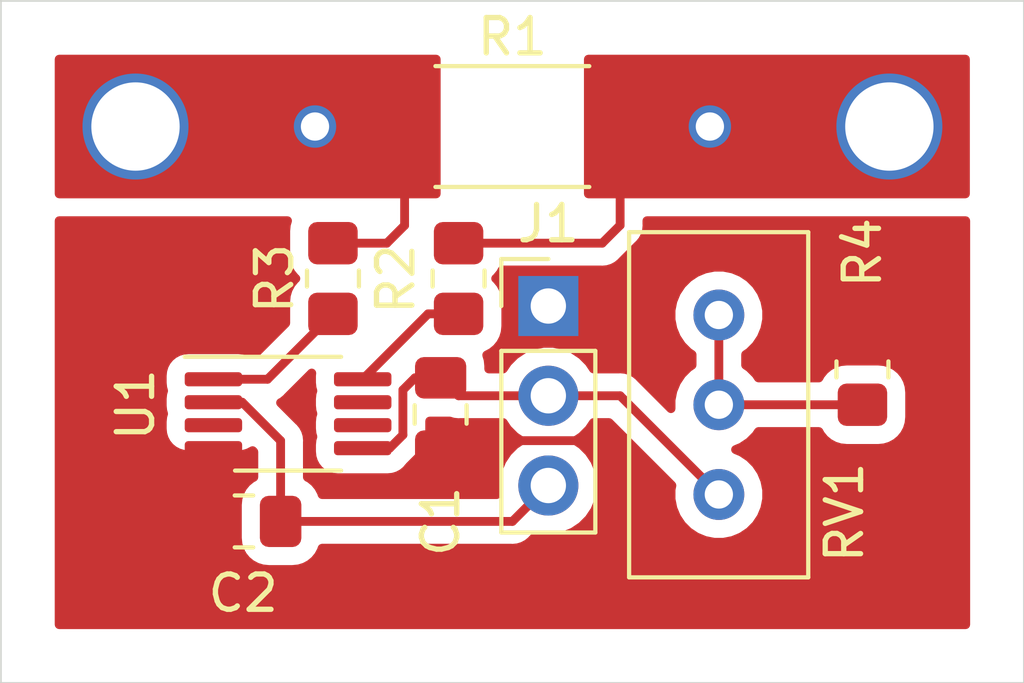
<source format=kicad_pcb>
(kicad_pcb (version 20171130) (host pcbnew "(5.1.9)-1")

  (general
    (thickness 1.6)
    (drawings 4)
    (tracks 36)
    (zones 0)
    (modules 9)
    (nets 9)
  )

  (page A4)
  (layers
    (0 F.Cu signal)
    (31 B.Cu signal)
    (32 B.Adhes user)
    (33 F.Adhes user)
    (34 B.Paste user)
    (35 F.Paste user)
    (36 B.SilkS user)
    (37 F.SilkS user)
    (38 B.Mask user)
    (39 F.Mask user)
    (40 Dwgs.User user)
    (41 Cmts.User user)
    (42 Eco1.User user)
    (43 Eco2.User user)
    (44 Edge.Cuts user)
    (45 Margin user)
    (46 B.CrtYd user)
    (47 F.CrtYd user)
    (48 B.Fab user)
    (49 F.Fab user)
  )

  (setup
    (last_trace_width 0.25)
    (trace_clearance 0.2)
    (zone_clearance 0.508)
    (zone_45_only no)
    (trace_min 0.2)
    (via_size 0.8)
    (via_drill 0.4)
    (via_min_size 0.4)
    (via_min_drill 0.3)
    (uvia_size 0.3)
    (uvia_drill 0.1)
    (uvias_allowed no)
    (uvia_min_size 0.2)
    (uvia_min_drill 0.1)
    (edge_width 0.05)
    (segment_width 0.2)
    (pcb_text_width 0.3)
    (pcb_text_size 1.5 1.5)
    (mod_edge_width 0.12)
    (mod_text_size 1 1)
    (mod_text_width 0.15)
    (pad_size 1.524 1.524)
    (pad_drill 0.762)
    (pad_to_mask_clearance 0)
    (aux_axis_origin 0 0)
    (visible_elements 7FFDFFFF)
    (pcbplotparams
      (layerselection 0x010fc_ffffffff)
      (usegerberextensions false)
      (usegerberattributes true)
      (usegerberadvancedattributes true)
      (creategerberjobfile true)
      (excludeedgelayer true)
      (linewidth 0.100000)
      (plotframeref false)
      (viasonmask false)
      (mode 1)
      (useauxorigin false)
      (hpglpennumber 1)
      (hpglpenspeed 20)
      (hpglpendiameter 15.000000)
      (psnegative false)
      (psa4output false)
      (plotreference true)
      (plotvalue true)
      (plotinvisibletext false)
      (padsonsilk false)
      (subtractmaskfromsilk false)
      (outputformat 1)
      (mirror false)
      (drillshape 1)
      (scaleselection 1)
      (outputdirectory ""))
  )

  (net 0 "")
  (net 1 GND)
  (net 2 "Net-(C1-Pad1)")
  (net 3 +5V)
  (net 4 "Net-(R2-Pad1)")
  (net 5 "Net-(R3-Pad1)")
  (net 6 "Net-(R4-Pad1)")
  (net 7 "Net-(R1-Pad2)")
  (net 8 "Net-(R1-Pad1)")

  (net_class Default "This is the default net class."
    (clearance 0.2)
    (trace_width 0.25)
    (via_dia 0.8)
    (via_drill 0.4)
    (uvia_dia 0.3)
    (uvia_drill 0.1)
    (add_net +5V)
    (add_net GND)
    (add_net "Net-(C1-Pad1)")
    (add_net "Net-(R1-Pad1)")
    (add_net "Net-(R1-Pad2)")
    (add_net "Net-(R2-Pad1)")
    (add_net "Net-(R3-Pad1)")
    (add_net "Net-(R4-Pad1)")
  )

  (module Package_SO:MSOP-8_3x3mm_P0.65mm (layer F.Cu) (tedit 5E509FDD) (tstamp 606E9D19)
    (at 159.766 75.438)
    (descr "MSOP, 8 Pin (https://www.jedec.org/system/files/docs/mo-187F.pdf variant AA), generated with kicad-footprint-generator ipc_gullwing_generator.py")
    (tags "MSOP SO")
    (path /606E1D6E)
    (attr smd)
    (fp_text reference U1 (at -4.318 -0.254 90) (layer F.SilkS)
      (effects (font (size 1 1) (thickness 0.15)))
    )
    (fp_text value LT6105-Amplifier_Current (at 0 -5.08) (layer F.Fab)
      (effects (font (size 1 1) (thickness 0.15)))
    )
    (fp_text user %R (at 0 0) (layer F.Fab)
      (effects (font (size 0.75 0.75) (thickness 0.11)))
    )
    (fp_line (start 0 1.61) (end 1.5 1.61) (layer F.SilkS) (width 0.12))
    (fp_line (start 0 1.61) (end -1.5 1.61) (layer F.SilkS) (width 0.12))
    (fp_line (start 0 -1.61) (end 1.5 -1.61) (layer F.SilkS) (width 0.12))
    (fp_line (start 0 -1.61) (end -2.925 -1.61) (layer F.SilkS) (width 0.12))
    (fp_line (start -0.75 -1.5) (end 1.5 -1.5) (layer F.Fab) (width 0.1))
    (fp_line (start 1.5 -1.5) (end 1.5 1.5) (layer F.Fab) (width 0.1))
    (fp_line (start 1.5 1.5) (end -1.5 1.5) (layer F.Fab) (width 0.1))
    (fp_line (start -1.5 1.5) (end -1.5 -0.75) (layer F.Fab) (width 0.1))
    (fp_line (start -1.5 -0.75) (end -0.75 -1.5) (layer F.Fab) (width 0.1))
    (fp_line (start -3.18 -1.75) (end -3.18 1.75) (layer F.CrtYd) (width 0.05))
    (fp_line (start -3.18 1.75) (end 3.18 1.75) (layer F.CrtYd) (width 0.05))
    (fp_line (start 3.18 1.75) (end 3.18 -1.75) (layer F.CrtYd) (width 0.05))
    (fp_line (start 3.18 -1.75) (end -3.18 -1.75) (layer F.CrtYd) (width 0.05))
    (pad 8 smd roundrect (at 2.1125 -0.975) (size 1.625 0.4) (layers F.Cu F.Paste F.Mask) (roundrect_rratio 0.25)
      (net 4 "Net-(R2-Pad1)"))
    (pad 7 smd roundrect (at 2.1125 -0.325) (size 1.625 0.4) (layers F.Cu F.Paste F.Mask) (roundrect_rratio 0.25))
    (pad 6 smd roundrect (at 2.1125 0.325) (size 1.625 0.4) (layers F.Cu F.Paste F.Mask) (roundrect_rratio 0.25))
    (pad 5 smd roundrect (at 2.1125 0.975) (size 1.625 0.4) (layers F.Cu F.Paste F.Mask) (roundrect_rratio 0.25)
      (net 2 "Net-(C1-Pad1)"))
    (pad 4 smd roundrect (at -2.1125 0.975) (size 1.625 0.4) (layers F.Cu F.Paste F.Mask) (roundrect_rratio 0.25)
      (net 1 GND))
    (pad 3 smd roundrect (at -2.1125 0.325) (size 1.625 0.4) (layers F.Cu F.Paste F.Mask) (roundrect_rratio 0.25))
    (pad 2 smd roundrect (at -2.1125 -0.325) (size 1.625 0.4) (layers F.Cu F.Paste F.Mask) (roundrect_rratio 0.25)
      (net 3 +5V))
    (pad 1 smd roundrect (at -2.1125 -0.975) (size 1.625 0.4) (layers F.Cu F.Paste F.Mask) (roundrect_rratio 0.25)
      (net 5 "Net-(R3-Pad1)"))
    (model ${KISYS3DMOD}/Package_SO.3dshapes/MSOP-8_3x3mm_P0.65mm.wrl
      (at (xyz 0 0 0))
      (scale (xyz 1 1 1))
      (rotate (xyz 0 0 0))
    )
  )

  (module Potentiometer_THT:Potentiometer_Bourns_3296W_Vertical (layer F.Cu) (tedit 5A3D4994) (tstamp 606E7F72)
    (at 171.958 77.724 270)
    (descr "Potentiometer, vertical, Bourns 3296W, https://www.bourns.com/pdfs/3296.pdf")
    (tags "Potentiometer vertical Bourns 3296W")
    (path /606EA2CC)
    (fp_text reference RV1 (at 0.508 -3.556 90) (layer F.SilkS)
      (effects (font (size 1 1) (thickness 0.15)))
    )
    (fp_text value 10k (at -2.54 3.67 90) (layer F.Fab)
      (effects (font (size 1 1) (thickness 0.15)))
    )
    (fp_line (start 2.5 -2.7) (end -7.6 -2.7) (layer F.CrtYd) (width 0.05))
    (fp_line (start 2.5 2.7) (end 2.5 -2.7) (layer F.CrtYd) (width 0.05))
    (fp_line (start -7.6 2.7) (end 2.5 2.7) (layer F.CrtYd) (width 0.05))
    (fp_line (start -7.6 -2.7) (end -7.6 2.7) (layer F.CrtYd) (width 0.05))
    (fp_line (start 2.345 -2.53) (end 2.345 2.54) (layer F.SilkS) (width 0.12))
    (fp_line (start -7.425 -2.53) (end -7.425 2.54) (layer F.SilkS) (width 0.12))
    (fp_line (start -7.425 2.54) (end 2.345 2.54) (layer F.SilkS) (width 0.12))
    (fp_line (start -7.425 -2.53) (end 2.345 -2.53) (layer F.SilkS) (width 0.12))
    (fp_line (start 0.955 2.235) (end 0.956 0.066) (layer F.Fab) (width 0.1))
    (fp_line (start 0.955 2.235) (end 0.956 0.066) (layer F.Fab) (width 0.1))
    (fp_line (start 2.225 -2.41) (end -7.305 -2.41) (layer F.Fab) (width 0.1))
    (fp_line (start 2.225 2.42) (end 2.225 -2.41) (layer F.Fab) (width 0.1))
    (fp_line (start -7.305 2.42) (end 2.225 2.42) (layer F.Fab) (width 0.1))
    (fp_line (start -7.305 -2.41) (end -7.305 2.42) (layer F.Fab) (width 0.1))
    (fp_circle (center 0.955 1.15) (end 2.05 1.15) (layer F.Fab) (width 0.1))
    (fp_text user %R (at -3.175 0.005 90) (layer F.Fab)
      (effects (font (size 1 1) (thickness 0.15)))
    )
    (pad 3 thru_hole circle (at -5.08 0 270) (size 1.44 1.44) (drill 0.8) (layers *.Cu *.Mask)
      (net 6 "Net-(R4-Pad1)"))
    (pad 2 thru_hole circle (at -2.54 0 270) (size 1.44 1.44) (drill 0.8) (layers *.Cu *.Mask)
      (net 6 "Net-(R4-Pad1)"))
    (pad 1 thru_hole circle (at 0 0 270) (size 1.44 1.44) (drill 0.8) (layers *.Cu *.Mask)
      (net 2 "Net-(C1-Pad1)"))
    (model ${KISYS3DMOD}/Potentiometer_THT.3dshapes/Potentiometer_Bourns_3296W_Vertical.wrl
      (at (xyz 0 0 0))
      (scale (xyz 1 1 1))
      (rotate (xyz 0 0 0))
    )
  )

  (module Resistor_SMD:R_0805_2012Metric_Pad1.20x1.40mm_HandSolder (layer F.Cu) (tedit 5F68FEEE) (tstamp 606E7F5B)
    (at 176.022 74.184 90)
    (descr "Resistor SMD 0805 (2012 Metric), square (rectangular) end terminal, IPC_7351 nominal with elongated pad for handsoldering. (Body size source: IPC-SM-782 page 72, https://www.pcb-3d.com/wordpress/wp-content/uploads/ipc-sm-782a_amendment_1_and_2.pdf), generated with kicad-footprint-generator")
    (tags "resistor handsolder")
    (path /606EC8B8)
    (attr smd)
    (fp_text reference R4 (at 3.302 0 90) (layer F.SilkS)
      (effects (font (size 1 1) (thickness 0.15)))
    )
    (fp_text value 470 (at 0 1.65 90) (layer F.Fab)
      (effects (font (size 1 1) (thickness 0.15)))
    )
    (fp_line (start 1.85 0.95) (end -1.85 0.95) (layer F.CrtYd) (width 0.05))
    (fp_line (start 1.85 -0.95) (end 1.85 0.95) (layer F.CrtYd) (width 0.05))
    (fp_line (start -1.85 -0.95) (end 1.85 -0.95) (layer F.CrtYd) (width 0.05))
    (fp_line (start -1.85 0.95) (end -1.85 -0.95) (layer F.CrtYd) (width 0.05))
    (fp_line (start -0.227064 0.735) (end 0.227064 0.735) (layer F.SilkS) (width 0.12))
    (fp_line (start -0.227064 -0.735) (end 0.227064 -0.735) (layer F.SilkS) (width 0.12))
    (fp_line (start 1 0.625) (end -1 0.625) (layer F.Fab) (width 0.1))
    (fp_line (start 1 -0.625) (end 1 0.625) (layer F.Fab) (width 0.1))
    (fp_line (start -1 -0.625) (end 1 -0.625) (layer F.Fab) (width 0.1))
    (fp_line (start -1 0.625) (end -1 -0.625) (layer F.Fab) (width 0.1))
    (fp_text user %R (at 0 0 90) (layer F.Fab)
      (effects (font (size 0.5 0.5) (thickness 0.08)))
    )
    (pad 2 smd roundrect (at 1 0 90) (size 1.2 1.4) (layers F.Cu F.Paste F.Mask) (roundrect_rratio 0.208333)
      (net 1 GND))
    (pad 1 smd roundrect (at -1 0 90) (size 1.2 1.4) (layers F.Cu F.Paste F.Mask) (roundrect_rratio 0.208333)
      (net 6 "Net-(R4-Pad1)"))
    (model ${KISYS3DMOD}/Resistor_SMD.3dshapes/R_0805_2012Metric.wrl
      (at (xyz 0 0 0))
      (scale (xyz 1 1 1))
      (rotate (xyz 0 0 0))
    )
  )

  (module Resistor_SMD:R_0805_2012Metric_Pad1.20x1.40mm_HandSolder (layer F.Cu) (tedit 5F68FEEE) (tstamp 606EBF0D)
    (at 161.036 71.612 90)
    (descr "Resistor SMD 0805 (2012 Metric), square (rectangular) end terminal, IPC_7351 nominal with elongated pad for handsoldering. (Body size source: IPC-SM-782 page 72, https://www.pcb-3d.com/wordpress/wp-content/uploads/ipc-sm-782a_amendment_1_and_2.pdf), generated with kicad-footprint-generator")
    (tags "resistor handsolder")
    (path /606E4790)
    (attr smd)
    (fp_text reference R3 (at 0 -1.65 90) (layer F.SilkS)
      (effects (font (size 1 1) (thickness 0.15)))
    )
    (fp_text value 120 (at 0 1.65 90) (layer F.Fab)
      (effects (font (size 1 1) (thickness 0.15)))
    )
    (fp_line (start 1.85 0.95) (end -1.85 0.95) (layer F.CrtYd) (width 0.05))
    (fp_line (start 1.85 -0.95) (end 1.85 0.95) (layer F.CrtYd) (width 0.05))
    (fp_line (start -1.85 -0.95) (end 1.85 -0.95) (layer F.CrtYd) (width 0.05))
    (fp_line (start -1.85 0.95) (end -1.85 -0.95) (layer F.CrtYd) (width 0.05))
    (fp_line (start -0.227064 0.735) (end 0.227064 0.735) (layer F.SilkS) (width 0.12))
    (fp_line (start -0.227064 -0.735) (end 0.227064 -0.735) (layer F.SilkS) (width 0.12))
    (fp_line (start 1 0.625) (end -1 0.625) (layer F.Fab) (width 0.1))
    (fp_line (start 1 -0.625) (end 1 0.625) (layer F.Fab) (width 0.1))
    (fp_line (start -1 -0.625) (end 1 -0.625) (layer F.Fab) (width 0.1))
    (fp_line (start -1 0.625) (end -1 -0.625) (layer F.Fab) (width 0.1))
    (fp_text user %R (at 0 0 90) (layer F.Fab)
      (effects (font (size 0.5 0.5) (thickness 0.08)))
    )
    (pad 2 smd roundrect (at 1 0 90) (size 1.2 1.4) (layers F.Cu F.Paste F.Mask) (roundrect_rratio 0.208333)
      (net 7 "Net-(R1-Pad2)"))
    (pad 1 smd roundrect (at -1 0 90) (size 1.2 1.4) (layers F.Cu F.Paste F.Mask) (roundrect_rratio 0.208333)
      (net 5 "Net-(R3-Pad1)"))
    (model ${KISYS3DMOD}/Resistor_SMD.3dshapes/R_0805_2012Metric.wrl
      (at (xyz 0 0 0))
      (scale (xyz 1 1 1))
      (rotate (xyz 0 0 0))
    )
  )

  (module Resistor_SMD:R_0805_2012Metric_Pad1.20x1.40mm_HandSolder (layer F.Cu) (tedit 5F68FEEE) (tstamp 606E7F39)
    (at 164.592 71.612 90)
    (descr "Resistor SMD 0805 (2012 Metric), square (rectangular) end terminal, IPC_7351 nominal with elongated pad for handsoldering. (Body size source: IPC-SM-782 page 72, https://www.pcb-3d.com/wordpress/wp-content/uploads/ipc-sm-782a_amendment_1_and_2.pdf), generated with kicad-footprint-generator")
    (tags "resistor handsolder")
    (path /606E3CDB)
    (attr smd)
    (fp_text reference R2 (at -0.016 -1.778 90) (layer F.SilkS)
      (effects (font (size 1 1) (thickness 0.15)))
    )
    (fp_text value 120 (at 0 1.65 90) (layer F.Fab)
      (effects (font (size 1 1) (thickness 0.15)))
    )
    (fp_line (start 1.85 0.95) (end -1.85 0.95) (layer F.CrtYd) (width 0.05))
    (fp_line (start 1.85 -0.95) (end 1.85 0.95) (layer F.CrtYd) (width 0.05))
    (fp_line (start -1.85 -0.95) (end 1.85 -0.95) (layer F.CrtYd) (width 0.05))
    (fp_line (start -1.85 0.95) (end -1.85 -0.95) (layer F.CrtYd) (width 0.05))
    (fp_line (start -0.227064 0.735) (end 0.227064 0.735) (layer F.SilkS) (width 0.12))
    (fp_line (start -0.227064 -0.735) (end 0.227064 -0.735) (layer F.SilkS) (width 0.12))
    (fp_line (start 1 0.625) (end -1 0.625) (layer F.Fab) (width 0.1))
    (fp_line (start 1 -0.625) (end 1 0.625) (layer F.Fab) (width 0.1))
    (fp_line (start -1 -0.625) (end 1 -0.625) (layer F.Fab) (width 0.1))
    (fp_line (start -1 0.625) (end -1 -0.625) (layer F.Fab) (width 0.1))
    (fp_text user %R (at 0 0 90) (layer F.Fab)
      (effects (font (size 0.5 0.5) (thickness 0.08)))
    )
    (pad 2 smd roundrect (at 1 0 90) (size 1.2 1.4) (layers F.Cu F.Paste F.Mask) (roundrect_rratio 0.208333)
      (net 8 "Net-(R1-Pad1)"))
    (pad 1 smd roundrect (at -1 0 90) (size 1.2 1.4) (layers F.Cu F.Paste F.Mask) (roundrect_rratio 0.208333)
      (net 4 "Net-(R2-Pad1)"))
    (model ${KISYS3DMOD}/Resistor_SMD.3dshapes/R_0805_2012Metric.wrl
      (at (xyz 0 0 0))
      (scale (xyz 1 1 1))
      (rotate (xyz 0 0 0))
    )
  )

  (module Resistor_SMD:R_2512_6332Metric_Pad1.40x3.35mm_HandSolder (layer F.Cu) (tedit 5F68FEEE) (tstamp 606E7F28)
    (at 166.114 67.31 180)
    (descr "Resistor SMD 2512 (6332 Metric), square (rectangular) end terminal, IPC_7351 nominal with elongated pad for handsoldering. (Body size source: IPC-SM-782 page 72, https://www.pcb-3d.com/wordpress/wp-content/uploads/ipc-sm-782a_amendment_1_and_2.pdf), generated with kicad-footprint-generator")
    (tags "resistor handsolder")
    (path /606E2725)
    (attr smd)
    (fp_text reference R1 (at 0 2.54) (layer F.SilkS)
      (effects (font (size 1 1) (thickness 0.15)))
    )
    (fp_text value 20m (at 0 2.62) (layer F.Fab)
      (effects (font (size 1 1) (thickness 0.15)))
    )
    (fp_line (start 4 1.92) (end -4 1.92) (layer F.CrtYd) (width 0.05))
    (fp_line (start 4 -1.92) (end 4 1.92) (layer F.CrtYd) (width 0.05))
    (fp_line (start -4 -1.92) (end 4 -1.92) (layer F.CrtYd) (width 0.05))
    (fp_line (start -4 1.92) (end -4 -1.92) (layer F.CrtYd) (width 0.05))
    (fp_line (start -2.177064 1.71) (end 2.177064 1.71) (layer F.SilkS) (width 0.12))
    (fp_line (start -2.177064 -1.71) (end 2.177064 -1.71) (layer F.SilkS) (width 0.12))
    (fp_line (start 3.15 1.6) (end -3.15 1.6) (layer F.Fab) (width 0.1))
    (fp_line (start 3.15 -1.6) (end 3.15 1.6) (layer F.Fab) (width 0.1))
    (fp_line (start -3.15 -1.6) (end 3.15 -1.6) (layer F.Fab) (width 0.1))
    (fp_line (start -3.15 1.6) (end -3.15 -1.6) (layer F.Fab) (width 0.1))
    (fp_text user %R (at 0 0) (layer F.Fab)
      (effects (font (size 1 1) (thickness 0.15)))
    )
    (pad 2 smd roundrect (at 3.05 0 180) (size 1.4 3.35) (layers F.Cu F.Paste F.Mask) (roundrect_rratio 0.178571)
      (net 7 "Net-(R1-Pad2)"))
    (pad 1 smd roundrect (at -3.05 0 180) (size 1.4 3.35) (layers F.Cu F.Paste F.Mask) (roundrect_rratio 0.178571)
      (net 8 "Net-(R1-Pad1)"))
    (model ${KISYS3DMOD}/Resistor_SMD.3dshapes/R_2512_6332Metric.wrl
      (at (xyz 0 0 0))
      (scale (xyz 1 1 1))
      (rotate (xyz 0 0 0))
    )
  )

  (module Connector_PinHeader_2.54mm:PinHeader_1x03_P2.54mm_Vertical (layer F.Cu) (tedit 59FED5CC) (tstamp 606E7F17)
    (at 167.132 72.39)
    (descr "Through hole straight pin header, 1x03, 2.54mm pitch, single row")
    (tags "Through hole pin header THT 1x03 2.54mm single row")
    (path /606F52C1)
    (fp_text reference J1 (at 0 -2.33) (layer F.SilkS)
      (effects (font (size 1 1) (thickness 0.15)))
    )
    (fp_text value Conn_01x03_Male (at 0 7.41) (layer F.Fab)
      (effects (font (size 1 1) (thickness 0.15)))
    )
    (fp_line (start 1.8 -1.8) (end -1.8 -1.8) (layer F.CrtYd) (width 0.05))
    (fp_line (start 1.8 6.85) (end 1.8 -1.8) (layer F.CrtYd) (width 0.05))
    (fp_line (start -1.8 6.85) (end 1.8 6.85) (layer F.CrtYd) (width 0.05))
    (fp_line (start -1.8 -1.8) (end -1.8 6.85) (layer F.CrtYd) (width 0.05))
    (fp_line (start -1.33 -1.33) (end 0 -1.33) (layer F.SilkS) (width 0.12))
    (fp_line (start -1.33 0) (end -1.33 -1.33) (layer F.SilkS) (width 0.12))
    (fp_line (start -1.33 1.27) (end 1.33 1.27) (layer F.SilkS) (width 0.12))
    (fp_line (start 1.33 1.27) (end 1.33 6.41) (layer F.SilkS) (width 0.12))
    (fp_line (start -1.33 1.27) (end -1.33 6.41) (layer F.SilkS) (width 0.12))
    (fp_line (start -1.33 6.41) (end 1.33 6.41) (layer F.SilkS) (width 0.12))
    (fp_line (start -1.27 -0.635) (end -0.635 -1.27) (layer F.Fab) (width 0.1))
    (fp_line (start -1.27 6.35) (end -1.27 -0.635) (layer F.Fab) (width 0.1))
    (fp_line (start 1.27 6.35) (end -1.27 6.35) (layer F.Fab) (width 0.1))
    (fp_line (start 1.27 -1.27) (end 1.27 6.35) (layer F.Fab) (width 0.1))
    (fp_line (start -0.635 -1.27) (end 1.27 -1.27) (layer F.Fab) (width 0.1))
    (fp_text user %R (at 0 2.54 90) (layer F.Fab)
      (effects (font (size 1 1) (thickness 0.15)))
    )
    (pad 3 thru_hole oval (at 0 5.08) (size 1.7 1.7) (drill 1) (layers *.Cu *.Mask)
      (net 3 +5V))
    (pad 2 thru_hole oval (at 0 2.54) (size 1.7 1.7) (drill 1) (layers *.Cu *.Mask)
      (net 2 "Net-(C1-Pad1)"))
    (pad 1 thru_hole rect (at 0 0) (size 1.7 1.7) (drill 1) (layers *.Cu *.Mask)
      (net 1 GND))
    (model ${KISYS3DMOD}/Connector_PinHeader_2.54mm.3dshapes/PinHeader_1x03_P2.54mm_Vertical.wrl
      (at (xyz 0 0 0))
      (scale (xyz 1 1 1))
      (rotate (xyz 0 0 0))
    )
  )

  (module Capacitor_SMD:C_0805_2012Metric_Pad1.18x1.45mm_HandSolder (layer F.Cu) (tedit 5F68FEEF) (tstamp 606EB9B9)
    (at 158.5175 78.486 180)
    (descr "Capacitor SMD 0805 (2012 Metric), square (rectangular) end terminal, IPC_7351 nominal with elongated pad for handsoldering. (Body size source: IPC-SM-782 page 76, https://www.pcb-3d.com/wordpress/wp-content/uploads/ipc-sm-782a_amendment_1_and_2.pdf, https://docs.google.com/spreadsheets/d/1BsfQQcO9C6DZCsRaXUlFlo91Tg2WpOkGARC1WS5S8t0/edit?usp=sharing), generated with kicad-footprint-generator")
    (tags "capacitor handsolder")
    (path /606FA06A)
    (attr smd)
    (fp_text reference C2 (at 0.0215 -2.032) (layer F.SilkS)
      (effects (font (size 1 1) (thickness 0.15)))
    )
    (fp_text value 1m (at 0 1.68) (layer F.Fab)
      (effects (font (size 1 1) (thickness 0.15)))
    )
    (fp_line (start 1.88 0.98) (end -1.88 0.98) (layer F.CrtYd) (width 0.05))
    (fp_line (start 1.88 -0.98) (end 1.88 0.98) (layer F.CrtYd) (width 0.05))
    (fp_line (start -1.88 -0.98) (end 1.88 -0.98) (layer F.CrtYd) (width 0.05))
    (fp_line (start -1.88 0.98) (end -1.88 -0.98) (layer F.CrtYd) (width 0.05))
    (fp_line (start -0.261252 0.735) (end 0.261252 0.735) (layer F.SilkS) (width 0.12))
    (fp_line (start -0.261252 -0.735) (end 0.261252 -0.735) (layer F.SilkS) (width 0.12))
    (fp_line (start 1 0.625) (end -1 0.625) (layer F.Fab) (width 0.1))
    (fp_line (start 1 -0.625) (end 1 0.625) (layer F.Fab) (width 0.1))
    (fp_line (start -1 -0.625) (end 1 -0.625) (layer F.Fab) (width 0.1))
    (fp_line (start -1 0.625) (end -1 -0.625) (layer F.Fab) (width 0.1))
    (fp_text user %R (at 0 0) (layer F.Fab)
      (effects (font (size 0.5 0.5) (thickness 0.08)))
    )
    (pad 2 smd roundrect (at 1.0375 0 180) (size 1.175 1.45) (layers F.Cu F.Paste F.Mask) (roundrect_rratio 0.212766)
      (net 1 GND))
    (pad 1 smd roundrect (at -1.0375 0 180) (size 1.175 1.45) (layers F.Cu F.Paste F.Mask) (roundrect_rratio 0.212766)
      (net 3 +5V))
    (model ${KISYS3DMOD}/Capacitor_SMD.3dshapes/C_0805_2012Metric.wrl
      (at (xyz 0 0 0))
      (scale (xyz 1 1 1))
      (rotate (xyz 0 0 0))
    )
  )

  (module Capacitor_SMD:C_0805_2012Metric_Pad1.18x1.45mm_HandSolder (layer F.Cu) (tedit 5F68FEEF) (tstamp 606E7EEF)
    (at 164.084 75.4595 270)
    (descr "Capacitor SMD 0805 (2012 Metric), square (rectangular) end terminal, IPC_7351 nominal with elongated pad for handsoldering. (Body size source: IPC-SM-782 page 76, https://www.pcb-3d.com/wordpress/wp-content/uploads/ipc-sm-782a_amendment_1_and_2.pdf, https://docs.google.com/spreadsheets/d/1BsfQQcO9C6DZCsRaXUlFlo91Tg2WpOkGARC1WS5S8t0/edit?usp=sharing), generated with kicad-footprint-generator")
    (tags "capacitor handsolder")
    (path /606F1007)
    (attr smd)
    (fp_text reference C1 (at 3.0265 0 90) (layer F.SilkS)
      (effects (font (size 1 1) (thickness 0.15)))
    )
    (fp_text value 10n (at 0 1.68 90) (layer F.Fab)
      (effects (font (size 1 1) (thickness 0.15)))
    )
    (fp_line (start 1.88 0.98) (end -1.88 0.98) (layer F.CrtYd) (width 0.05))
    (fp_line (start 1.88 -0.98) (end 1.88 0.98) (layer F.CrtYd) (width 0.05))
    (fp_line (start -1.88 -0.98) (end 1.88 -0.98) (layer F.CrtYd) (width 0.05))
    (fp_line (start -1.88 0.98) (end -1.88 -0.98) (layer F.CrtYd) (width 0.05))
    (fp_line (start -0.261252 0.735) (end 0.261252 0.735) (layer F.SilkS) (width 0.12))
    (fp_line (start -0.261252 -0.735) (end 0.261252 -0.735) (layer F.SilkS) (width 0.12))
    (fp_line (start 1 0.625) (end -1 0.625) (layer F.Fab) (width 0.1))
    (fp_line (start 1 -0.625) (end 1 0.625) (layer F.Fab) (width 0.1))
    (fp_line (start -1 -0.625) (end 1 -0.625) (layer F.Fab) (width 0.1))
    (fp_line (start -1 0.625) (end -1 -0.625) (layer F.Fab) (width 0.1))
    (fp_text user %R (at 0 0 90) (layer F.Fab)
      (effects (font (size 0.5 0.5) (thickness 0.08)))
    )
    (pad 2 smd roundrect (at 1.0375 0 270) (size 1.175 1.45) (layers F.Cu F.Paste F.Mask) (roundrect_rratio 0.212766)
      (net 1 GND))
    (pad 1 smd roundrect (at -1.0375 0 270) (size 1.175 1.45) (layers F.Cu F.Paste F.Mask) (roundrect_rratio 0.212766)
      (net 2 "Net-(C1-Pad1)"))
    (model ${KISYS3DMOD}/Capacitor_SMD.3dshapes/C_0805_2012Metric.wrl
      (at (xyz 0 0 0))
      (scale (xyz 1 1 1))
      (rotate (xyz 0 0 0))
    )
  )

  (gr_line (start 180.594 63.754) (end 151.638 63.754) (layer Edge.Cuts) (width 0.05) (tstamp 606EC733))
  (gr_line (start 180.594 83.058) (end 180.594 63.754) (layer Edge.Cuts) (width 0.05))
  (gr_line (start 151.638 83.058) (end 180.594 83.058) (layer Edge.Cuts) (width 0.05))
  (gr_line (start 151.638 63.754) (end 151.638 83.058) (layer Edge.Cuts) (width 0.05))

  (segment (start 164.084 76.497) (end 164.475999 76.105001) (width 0.25) (layer F.Cu) (net 1))
  (segment (start 164.084 76.497) (end 164.381 76.2) (width 0.25) (layer F.Cu) (net 1))
  (segment (start 164.381 76.2) (end 168.656 76.2) (width 0.25) (layer F.Cu) (net 1))
  (segment (start 157.6535 78.3125) (end 157.48 78.486) (width 0.25) (layer F.Cu) (net 1))
  (segment (start 157.6535 76.413) (end 157.6535 78.3125) (width 0.25) (layer F.Cu) (net 1))
  (segment (start 164.592 74.93) (end 164.084 74.422) (width 0.25) (layer F.Cu) (net 2))
  (segment (start 167.132 74.93) (end 164.592 74.93) (width 0.25) (layer F.Cu) (net 2))
  (segment (start 162.642058 76.413) (end 161.8785 76.413) (width 0.25) (layer F.Cu) (net 2))
  (segment (start 163.01601 76.039048) (end 162.642058 76.413) (width 0.25) (layer F.Cu) (net 2))
  (segment (start 163.01601 74.76499) (end 163.01601 76.039048) (width 0.25) (layer F.Cu) (net 2))
  (segment (start 163.359 74.422) (end 163.01601 74.76499) (width 0.25) (layer F.Cu) (net 2))
  (segment (start 164.084 74.422) (end 163.359 74.422) (width 0.25) (layer F.Cu) (net 2))
  (segment (start 169.164 74.93) (end 171.958 77.724) (width 0.25) (layer F.Cu) (net 2))
  (segment (start 167.132 74.93) (end 169.164 74.93) (width 0.25) (layer F.Cu) (net 2))
  (segment (start 158.466 75.113) (end 157.6535 75.113) (width 0.25) (layer F.Cu) (net 3))
  (segment (start 159.555 76.202) (end 158.466 75.113) (width 0.25) (layer F.Cu) (net 3))
  (segment (start 159.555 78.486) (end 159.555 76.202) (width 0.25) (layer F.Cu) (net 3))
  (segment (start 166.116 78.486) (end 167.132 77.47) (width 0.25) (layer F.Cu) (net 3))
  (segment (start 159.555 78.486) (end 166.116 78.486) (width 0.25) (layer F.Cu) (net 3))
  (segment (start 163.7295 72.612) (end 164.592 72.612) (width 0.25) (layer F.Cu) (net 4))
  (segment (start 161.8785 74.463) (end 163.7295 72.612) (width 0.25) (layer F.Cu) (net 4))
  (segment (start 159.185 74.463) (end 161.036 72.612) (width 0.25) (layer F.Cu) (net 5))
  (segment (start 157.6535 74.463) (end 159.185 74.463) (width 0.25) (layer F.Cu) (net 5))
  (segment (start 176.022 75.184) (end 171.958 75.184) (width 0.25) (layer F.Cu) (net 6))
  (segment (start 171.958 75.184) (end 171.958 72.644) (width 0.25) (layer F.Cu) (net 6))
  (via (at 171.704 67.31) (size 1.2) (drill 0.8) (layers F.Cu B.Cu) (net 8) (tstamp 606EBE03))
  (via (at 160.528 67.31) (size 1.2) (drill 0.8) (layers F.Cu B.Cu) (net 7) (tstamp 606EC276))
  (via (at 176.784 67.31) (size 3) (drill 2.5) (layers F.Cu B.Cu) (net 8))
  (via (at 155.448 67.31) (size 3) (drill 2.5) (layers F.Cu B.Cu) (net 7))
  (segment (start 163.068 67.314) (end 163.064 67.31) (width 0.25) (layer F.Cu) (net 7) (tstamp 606EBE09))
  (segment (start 161.036 70.612) (end 162.56 70.612) (width 0.25) (layer F.Cu) (net 7))
  (segment (start 163.064 70.108) (end 163.064 67.31) (width 0.25) (layer F.Cu) (net 7))
  (segment (start 162.56 70.612) (end 163.064 70.108) (width 0.25) (layer F.Cu) (net 7))
  (segment (start 164.592 70.612) (end 168.656 70.612) (width 0.25) (layer F.Cu) (net 8))
  (segment (start 168.656 70.612) (end 169.164 70.104) (width 0.25) (layer F.Cu) (net 8))
  (segment (start 169.164 70.104) (end 169.164 67.31) (width 0.25) (layer F.Cu) (net 8))

  (zone (net 7) (net_name "Net-(R1-Pad2)") (layer F.Cu) (tstamp 0) (hatch edge 0.508)
    (connect_pads yes (clearance 0.508))
    (min_thickness 0.254)
    (fill yes (arc_segments 32) (thermal_gap 0.508) (thermal_bridge_width 0.508))
    (polygon
      (pts
        (xy 164.084 69.342) (xy 153.162 69.342) (xy 153.162 65.278) (xy 164.084 65.278)
      )
    )
    (filled_polygon
      (pts
        (xy 163.957 69.215) (xy 153.289 69.215) (xy 153.289 65.405) (xy 163.957 65.405)
      )
    )
  )
  (zone (net 8) (net_name "Net-(R1-Pad1)") (layer F.Cu) (tstamp 606EC2D1) (hatch edge 0.508)
    (connect_pads yes (clearance 0.508))
    (min_thickness 0.254)
    (fill yes (arc_segments 32) (thermal_gap 0.508) (thermal_bridge_width 0.508))
    (polygon
      (pts
        (xy 179.062047 69.342) (xy 168.140047 69.342) (xy 168.140047 65.278) (xy 179.062047 65.278)
      )
    )
    (filled_polygon
      (pts
        (xy 178.935047 69.215) (xy 168.267047 69.215) (xy 168.267047 65.405) (xy 178.935047 65.405)
      )
    )
  )
  (zone (net 1) (net_name GND) (layer F.Cu) (tstamp 0) (hatch edge 0.508)
    (connect_pads yes (clearance 0.508))
    (min_thickness 0.254)
    (fill yes (arc_segments 32) (thermal_gap 0.508) (thermal_bridge_width 0.508))
    (polygon
      (pts
        (xy 179.07 81.534) (xy 153.162 81.534) (xy 153.162 69.85) (xy 179.07 69.85)
      )
    )
    (filled_polygon
      (pts
        (xy 159.714992 70.088745) (xy 159.697928 70.261999) (xy 159.697928 70.962001) (xy 159.714992 71.135255) (xy 159.765528 71.301851)
        (xy 159.847595 71.455387) (xy 159.958038 71.589962) (xy 159.984891 71.612) (xy 159.958038 71.634038) (xy 159.847595 71.768613)
        (xy 159.765528 71.922149) (xy 159.714992 72.088745) (xy 159.697928 72.261999) (xy 159.697928 72.87527) (xy 158.870199 73.703)
        (xy 158.689401 73.703) (xy 158.648448 73.68111) (xy 158.509991 73.63911) (xy 158.366 73.624928) (xy 156.941 73.624928)
        (xy 156.797009 73.63911) (xy 156.658552 73.68111) (xy 156.530949 73.749316) (xy 156.419104 73.841104) (xy 156.327316 73.952949)
        (xy 156.25911 74.080552) (xy 156.21711 74.219009) (xy 156.202928 74.363) (xy 156.202928 74.563) (xy 156.21711 74.706991)
        (xy 156.241684 74.788) (xy 156.21711 74.869009) (xy 156.202928 75.013) (xy 156.202928 75.213) (xy 156.21711 75.356991)
        (xy 156.241684 75.438) (xy 156.21711 75.519009) (xy 156.202928 75.663) (xy 156.202928 75.863) (xy 156.21711 76.006991)
        (xy 156.25911 76.145448) (xy 156.327316 76.273051) (xy 156.419104 76.384896) (xy 156.530949 76.476684) (xy 156.658552 76.54489)
        (xy 156.797009 76.58689) (xy 156.941 76.601072) (xy 158.366 76.601072) (xy 158.509991 76.58689) (xy 158.648448 76.54489)
        (xy 158.762256 76.484058) (xy 158.795001 76.516803) (xy 158.795001 77.234705) (xy 158.724114 77.272595) (xy 158.589538 77.383038)
        (xy 158.479095 77.517614) (xy 158.397028 77.67115) (xy 158.346492 77.837746) (xy 158.329428 78.011) (xy 158.329428 78.961)
        (xy 158.346492 79.134254) (xy 158.397028 79.30085) (xy 158.479095 79.454386) (xy 158.589538 79.588962) (xy 158.724114 79.699405)
        (xy 158.87765 79.781472) (xy 159.044246 79.832008) (xy 159.2175 79.849072) (xy 159.8925 79.849072) (xy 160.065754 79.832008)
        (xy 160.23235 79.781472) (xy 160.385886 79.699405) (xy 160.520462 79.588962) (xy 160.630905 79.454386) (xy 160.712972 79.30085)
        (xy 160.72961 79.246) (xy 166.078678 79.246) (xy 166.116 79.249676) (xy 166.153322 79.246) (xy 166.153333 79.246)
        (xy 166.264986 79.235003) (xy 166.408247 79.191546) (xy 166.540276 79.120974) (xy 166.656001 79.026001) (xy 166.679804 78.996998)
        (xy 166.765592 78.911209) (xy 166.98574 78.955) (xy 167.27826 78.955) (xy 167.565158 78.897932) (xy 167.835411 78.78599)
        (xy 168.078632 78.623475) (xy 168.285475 78.416632) (xy 168.44799 78.173411) (xy 168.559932 77.903158) (xy 168.617 77.61626)
        (xy 168.617 77.32374) (xy 168.559932 77.036842) (xy 168.44799 76.766589) (xy 168.285475 76.523368) (xy 168.078632 76.316525)
        (xy 167.90424 76.2) (xy 168.078632 76.083475) (xy 168.285475 75.876632) (xy 168.410178 75.69) (xy 168.849199 75.69)
        (xy 170.627346 77.468148) (xy 170.603 77.590544) (xy 170.603 77.857456) (xy 170.655072 78.119239) (xy 170.757215 78.365833)
        (xy 170.905503 78.587762) (xy 171.094238 78.776497) (xy 171.316167 78.924785) (xy 171.562761 79.026928) (xy 171.824544 79.079)
        (xy 172.091456 79.079) (xy 172.353239 79.026928) (xy 172.599833 78.924785) (xy 172.821762 78.776497) (xy 173.010497 78.587762)
        (xy 173.158785 78.365833) (xy 173.260928 78.119239) (xy 173.313 77.857456) (xy 173.313 77.590544) (xy 173.260928 77.328761)
        (xy 173.158785 77.082167) (xy 173.010497 76.860238) (xy 172.821762 76.671503) (xy 172.599833 76.523215) (xy 172.432734 76.454)
        (xy 172.599833 76.384785) (xy 172.821762 76.236497) (xy 173.010497 76.047762) (xy 173.079828 75.944) (xy 174.789024 75.944)
        (xy 174.833595 76.027387) (xy 174.944038 76.161962) (xy 175.078613 76.272405) (xy 175.232149 76.354472) (xy 175.398745 76.405008)
        (xy 175.571999 76.422072) (xy 176.472001 76.422072) (xy 176.645255 76.405008) (xy 176.811851 76.354472) (xy 176.965387 76.272405)
        (xy 177.099962 76.161962) (xy 177.210405 76.027387) (xy 177.292472 75.873851) (xy 177.343008 75.707255) (xy 177.360072 75.534001)
        (xy 177.360072 74.833999) (xy 177.343008 74.660745) (xy 177.292472 74.494149) (xy 177.210405 74.340613) (xy 177.099962 74.206038)
        (xy 176.965387 74.095595) (xy 176.811851 74.013528) (xy 176.645255 73.962992) (xy 176.472001 73.945928) (xy 175.571999 73.945928)
        (xy 175.398745 73.962992) (xy 175.232149 74.013528) (xy 175.078613 74.095595) (xy 174.944038 74.206038) (xy 174.833595 74.340613)
        (xy 174.789024 74.424) (xy 173.079828 74.424) (xy 173.010497 74.320238) (xy 172.821762 74.131503) (xy 172.718 74.062172)
        (xy 172.718 73.765828) (xy 172.821762 73.696497) (xy 173.010497 73.507762) (xy 173.158785 73.285833) (xy 173.260928 73.039239)
        (xy 173.313 72.777456) (xy 173.313 72.510544) (xy 173.260928 72.248761) (xy 173.158785 72.002167) (xy 173.010497 71.780238)
        (xy 172.821762 71.591503) (xy 172.599833 71.443215) (xy 172.353239 71.341072) (xy 172.091456 71.289) (xy 171.824544 71.289)
        (xy 171.562761 71.341072) (xy 171.316167 71.443215) (xy 171.094238 71.591503) (xy 170.905503 71.780238) (xy 170.757215 72.002167)
        (xy 170.655072 72.248761) (xy 170.603 72.510544) (xy 170.603 72.777456) (xy 170.655072 73.039239) (xy 170.757215 73.285833)
        (xy 170.905503 73.507762) (xy 171.094238 73.696497) (xy 171.198001 73.765829) (xy 171.198 74.062171) (xy 171.094238 74.131503)
        (xy 170.905503 74.320238) (xy 170.757215 74.542167) (xy 170.655072 74.788761) (xy 170.603 75.050544) (xy 170.603 75.294199)
        (xy 169.727804 74.419003) (xy 169.704001 74.389999) (xy 169.588276 74.295026) (xy 169.456247 74.224454) (xy 169.312986 74.180997)
        (xy 169.201333 74.17) (xy 169.201322 74.17) (xy 169.164 74.166324) (xy 169.126678 74.17) (xy 168.410178 74.17)
        (xy 168.285475 73.983368) (xy 168.078632 73.776525) (xy 167.835411 73.61401) (xy 167.565158 73.502068) (xy 167.27826 73.445)
        (xy 166.98574 73.445) (xy 166.698842 73.502068) (xy 166.428589 73.61401) (xy 166.185368 73.776525) (xy 165.978525 73.983368)
        (xy 165.853822 74.17) (xy 165.447072 74.17) (xy 165.447072 74.0845) (xy 165.430008 73.911246) (xy 165.389676 73.778289)
        (xy 165.535387 73.700405) (xy 165.669962 73.589962) (xy 165.780405 73.455387) (xy 165.862472 73.301851) (xy 165.913008 73.135255)
        (xy 165.930072 72.962001) (xy 165.930072 72.261999) (xy 165.913008 72.088745) (xy 165.862472 71.922149) (xy 165.780405 71.768613)
        (xy 165.669962 71.634038) (xy 165.643109 71.612) (xy 165.669962 71.589962) (xy 165.780405 71.455387) (xy 165.824976 71.372)
        (xy 168.618678 71.372) (xy 168.656 71.375676) (xy 168.693322 71.372) (xy 168.693333 71.372) (xy 168.804986 71.361003)
        (xy 168.948247 71.317546) (xy 169.080276 71.246974) (xy 169.196001 71.152001) (xy 169.219803 71.122998) (xy 169.675003 70.667798)
        (xy 169.704001 70.644001) (xy 169.798974 70.528276) (xy 169.869546 70.396247) (xy 169.913003 70.252986) (xy 169.924 70.141333)
        (xy 169.924 70.141324) (xy 169.927676 70.104001) (xy 169.924 70.066678) (xy 169.924 69.977) (xy 178.943 69.977)
        (xy 178.943 81.407) (xy 153.289 81.407) (xy 153.289 69.977) (xy 159.748889 69.977)
      )
    )
    (filled_polygon
      (pts
        (xy 160.427928 74.363) (xy 160.427928 74.563) (xy 160.44211 74.706991) (xy 160.466684 74.788) (xy 160.44211 74.869009)
        (xy 160.427928 75.013) (xy 160.427928 75.213) (xy 160.44211 75.356991) (xy 160.466684 75.438) (xy 160.44211 75.519009)
        (xy 160.427928 75.663) (xy 160.427928 75.863) (xy 160.44211 76.006991) (xy 160.466684 76.088) (xy 160.44211 76.169009)
        (xy 160.427928 76.313) (xy 160.427928 76.513) (xy 160.44211 76.656991) (xy 160.48411 76.795448) (xy 160.552316 76.923051)
        (xy 160.644104 77.034896) (xy 160.755949 77.126684) (xy 160.883552 77.19489) (xy 161.022009 77.23689) (xy 161.166 77.251072)
        (xy 162.591 77.251072) (xy 162.734991 77.23689) (xy 162.873448 77.19489) (xy 163.001051 77.126684) (xy 163.112896 77.034896)
        (xy 163.176074 76.957913) (xy 163.182059 76.953001) (xy 163.205862 76.923997) (xy 163.527007 76.602852) (xy 163.556011 76.579049)
        (xy 163.650984 76.463324) (xy 163.721556 76.331295) (xy 163.765013 76.188034) (xy 163.77601 76.076381) (xy 163.77601 76.076371)
        (xy 163.779686 76.039048) (xy 163.77601 76.001726) (xy 163.77601 75.647572) (xy 164.339398 75.647572) (xy 164.443014 75.679003)
        (xy 164.554667 75.69) (xy 164.554676 75.69) (xy 164.591999 75.693676) (xy 164.629322 75.69) (xy 165.853822 75.69)
        (xy 165.978525 75.876632) (xy 166.185368 76.083475) (xy 166.35976 76.2) (xy 166.185368 76.316525) (xy 165.978525 76.523368)
        (xy 165.81601 76.766589) (xy 165.704068 77.036842) (xy 165.647 77.32374) (xy 165.647 77.61626) (xy 165.668829 77.726)
        (xy 160.72961 77.726) (xy 160.712972 77.67115) (xy 160.630905 77.517614) (xy 160.520462 77.383038) (xy 160.385886 77.272595)
        (xy 160.315 77.234706) (xy 160.315 76.239333) (xy 160.318677 76.202) (xy 160.304003 76.053014) (xy 160.260546 75.909753)
        (xy 160.189974 75.777724) (xy 160.118799 75.690997) (xy 160.095001 75.661999) (xy 160.066003 75.638201) (xy 159.554861 75.12706)
        (xy 159.609276 75.097974) (xy 159.725001 75.003001) (xy 159.748804 74.973997) (xy 160.435371 74.28743)
      )
    )
  )
)

</source>
